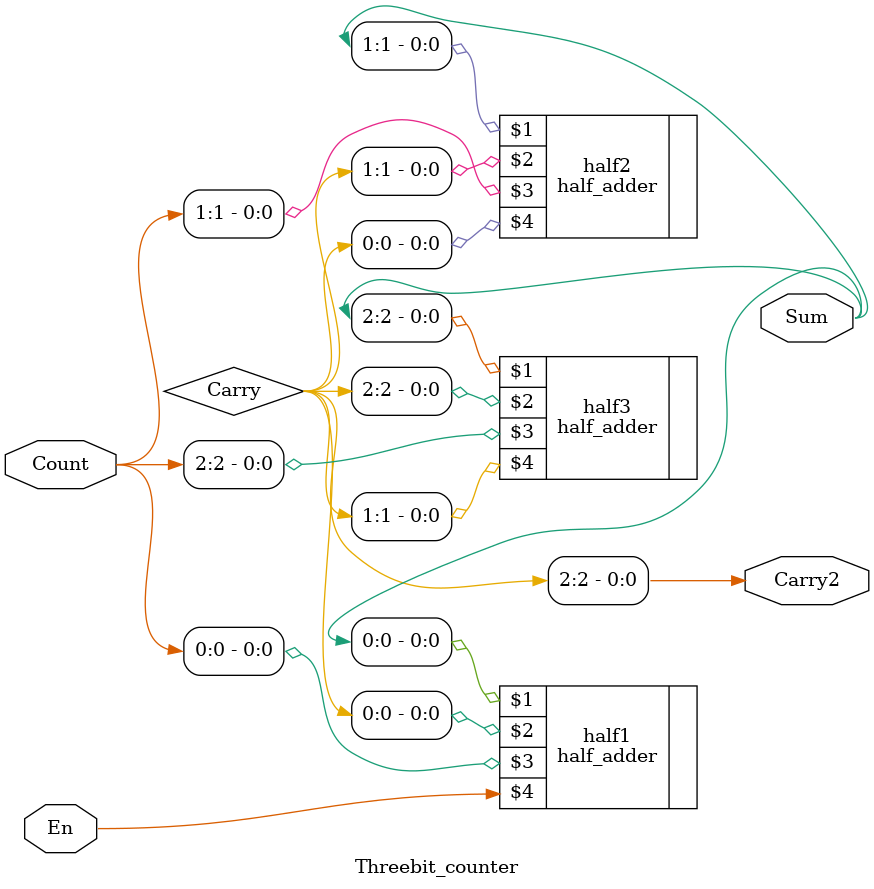
<source format=v>
`timescale 1ns/ 1ps


module up_counter(Count, Carry2, En, Clk, Rst);

    output reg[2:0] Count; // declare register
    output wire Carry2; // declare the carry out 
    
    input wire En, Clk, Rst; // declare input variables
    
    wire [2:0] Carry, Sum; // interior nets
    
    Threebit_counter UCL(Sum,Carry2,Count,En); // use the trhree bit counter to count
    
    always@(posedge Clk or posedge Rst) // This is what deternimes the count
        if(Rst) 
            Count <= 0;
        else
            Count <= Sum;
            
endmodule

module Threebit_counter(Sum, Carry2, Count, En);

    input wire En; // declare input variables
    input wire [2:0] Count; // 
    
    output wire [2:0] Sum; // delcare output variables
    output wire Carry2;
    wire [2:0] Carry;
    // Use three half adders to make full counter
    half_adder half1(Sum[0],Carry[0],Count[0],En); 
    half_adder half2(Sum[1],Carry[1],Count[1],Carry[0]);
    half_adder half3(Sum[2],Carry[2],Count[2],Carry[1]);
    // The carry 2 is assigned to carry out
    assign Carry2 = Carry[2];
    
endmodule
    
</source>
